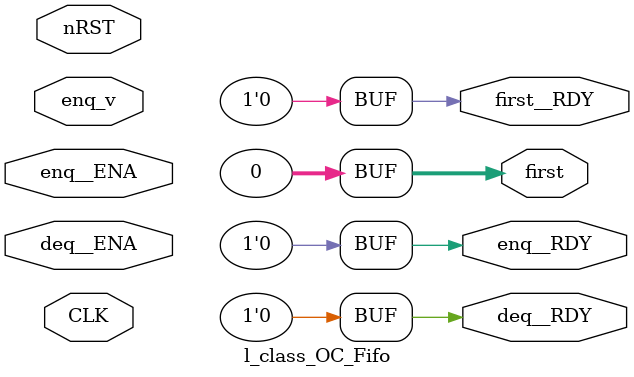
<source format=v>
module l_class_OC_Fifo (
    input CLK,
    input nRST,
    input deq__ENA,
    output deq__RDY,
    input enq__ENA,
    input [31:0]enq_v,
    output enq__RDY,
    output [31:0]first,
    output first__RDY);
    assign deq__RDY = 0;
    assign enq__RDY = 0;
    assign first = 0;
    assign first__RDY = 0;


    always @( posedge CLK) begin
      if (!nRST) begin
      end // nRST
    end // always @ (posedge CLK)
endmodule 

//METAGUARD; deq__RDY;         0;
//METAGUARD; enq__RDY;         0;
//METAGUARD; first__RDY;         0;

</source>
